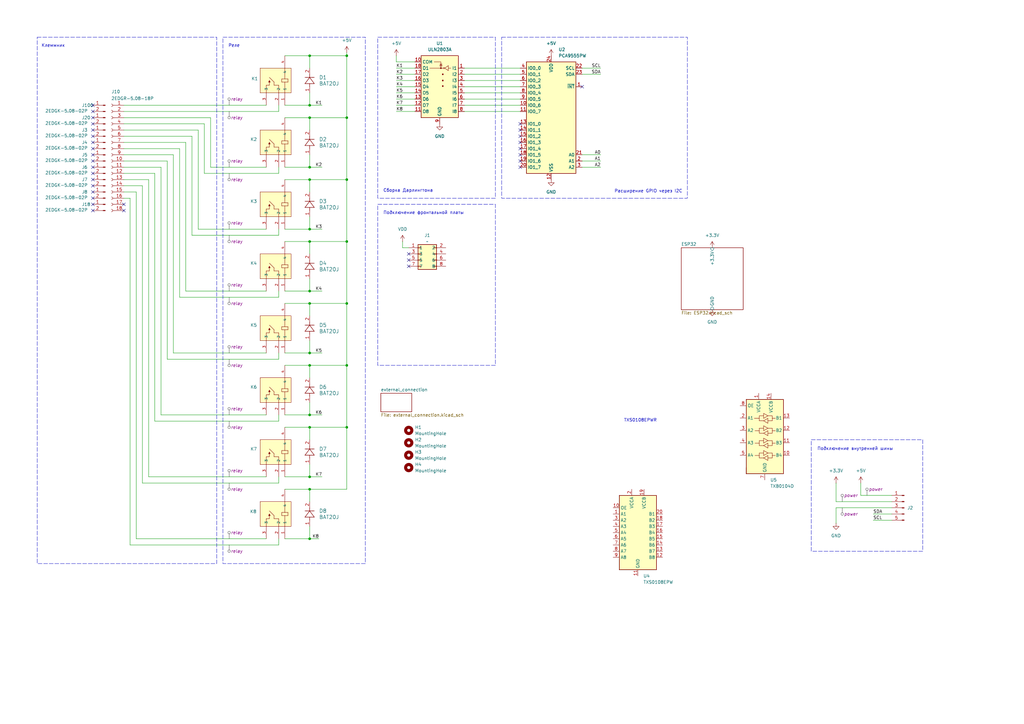
<source format=kicad_sch>
(kicad_sch (version 20231120) (generator "eeschema") (generator_version "8.0")
  (paper "A3")
  (title_block (title "Модуль релейных выходов PM-RQ8-base") (date "2024-05-29") (comment 2 "Konstantin"))
  (junction (at 142.24 175.26))
  (junction (at 142.24 149.86))
  (junction (at 127 68.58))
  (junction (at 127 170.18))
  (junction (at 142.24 99.06))
  (junction (at 127 119.38))
  (junction (at 142.24 73.66))
  (junction (at 127 144.78))
  (junction (at 127 124.46))
  (junction (at 127 149.86))
  (junction (at 127 73.66))
  (junction (at 127 43.18))
  (junction (at 142.24 48.26))
  (junction (at 127 48.26))
  (junction (at 127 220.98))
  (junction (at 142.24 22.86))
  (junction (at 127 93.98))
  (junction (at 127 99.06))
  (junction (at 127 22.86))
  (junction (at 127 175.26))
  (junction (at 127 200.66))
  (junction (at 127 195.58))
  (junction (at 142.24 124.46))
  (no_connect (at 38.1 63.5))
  (no_connect (at 38.1 83.82))
  (no_connect (at 38.1 73.66))
  (no_connect (at 213.36 63.5))
  (no_connect (at 213.36 68.58))
  (no_connect (at 38.1 55.88))
  (no_connect (at 213.36 66.04))
  (no_connect (at 38.1 76.2))
  (no_connect (at 213.36 55.88))
  (no_connect (at 50.8 83.82))
  (no_connect (at 167.64 109.22))
  (no_connect (at 213.36 50.8))
  (no_connect (at 167.64 106.68))
  (no_connect (at 238.76 35.56))
  (no_connect (at 38.1 86.36))
  (no_connect (at 213.36 60.96))
  (no_connect (at 38.1 53.34))
  (no_connect (at 38.1 68.58))
  (no_connect (at 213.36 53.34))
  (no_connect (at 38.1 81.28))
  (no_connect (at 50.8 86.36))
  (no_connect (at 38.1 71.12))
  (no_connect (at 38.1 50.8))
  (no_connect (at 167.64 104.14))
  (no_connect (at 38.1 60.96))
  (no_connect (at 38.1 45.72))
  (no_connect (at 38.1 48.26))
  (no_connect (at 213.36 58.42))
  (no_connect (at 38.1 66.04))
  (no_connect (at 38.1 78.74))
  (no_connect (at 38.1 43.18))
  (no_connect (at 38.1 58.42))
  (wire (pts (xy 238.76 27.94) (xy 246.38 27.94)))
  (wire (pts (xy 127 38.1) (xy 127 43.18)))
  (wire (pts (xy 114.3 121.92) (xy 114.3 119.38)))
  (wire (pts (xy 66.04 68.58) (xy 66.04 170.18)))
  (wire (pts (xy 190.5 33.02) (xy 213.36 33.02)))
  (wire (pts (xy 116.84 124.46) (xy 127 124.46)))
  (wire (pts (xy 127 165.1) (xy 127 170.18)))
  (wire (pts (xy 238.76 68.58) (xy 246.38 68.58)))
  (wire (pts (xy 190.5 35.56) (xy 213.36 35.56)))
  (wire (pts (xy 342.9 198.12) (xy 342.9 205.74)))
  (wire (pts (xy 50.8 53.34) (xy 81.28 53.34)))
  (wire (pts (xy 127 93.98) (xy 132.08 93.98)))
  (wire (pts (xy 81.28 93.98) (xy 81.28 53.34)))
  (wire (pts (xy 142.24 99.06) (xy 142.24 73.66)))
  (wire (pts (xy 238.76 30.48) (xy 246.38 30.48)))
  (wire (pts (xy 127 144.78) (xy 132.08 144.78)))
  (wire (pts (xy 142.24 149.86) (xy 142.24 175.26)))
  (wire (pts (xy 114.3 198.12) (xy 114.3 195.58)))
  (wire (pts (xy 76.2 119.38) (xy 109.22 119.38)))
  (wire (pts (xy 127 200.66) (xy 142.24 200.66)))
  (wire (pts (xy 190.5 38.1) (xy 213.36 38.1)))
  (wire (pts (xy 190.5 30.48) (xy 213.36 30.48)))
  (wire (pts (xy 162.56 25.4) (xy 162.56 22.86)))
  (wire (pts (xy 116.84 68.58) (xy 127 68.58)))
  (wire (pts (xy 142.24 22.86) (xy 142.24 48.26)))
  (wire (pts (xy 190.5 43.18) (xy 213.36 43.18)))
  (wire (pts (xy 50.8 68.58) (xy 66.04 68.58)))
  (wire (pts (xy 86.36 48.26) (xy 86.36 68.58)))
  (wire (pts (xy 127 22.86) (xy 142.24 22.86)))
  (wire (pts (xy 127 175.26) (xy 127 180.34)))
  (wire (pts (xy 50.8 43.18) (xy 109.22 43.18)))
  (wire (pts (xy 109.22 68.58) (xy 86.36 68.58)))
  (wire (pts (xy 50.8 45.72) (xy 114.3 45.72)))
  (wire (pts (xy 73.66 60.96) (xy 73.66 121.92)))
  (wire (pts (xy 162.56 30.48) (xy 170.18 30.48)))
  (wire (pts (xy 127 124.46) (xy 142.24 124.46)))
  (wire (pts (xy 50.8 66.04) (xy 68.58 66.04)))
  (wire (pts (xy 358.14 210.82) (xy 365.76 210.82)))
  (wire (pts (xy 127 124.46) (xy 127 129.54)))
  (wire (pts (xy 190.5 27.94) (xy 213.36 27.94)))
  (wire (pts (xy 66.04 170.18) (xy 109.22 170.18)))
  (wire (pts (xy 53.34 223.52) (xy 53.34 81.28)))
  (wire (pts (xy 81.28 93.98) (xy 109.22 93.98)))
  (wire (pts (xy 127 114.3) (xy 127 119.38)))
  (wire (pts (xy 127 190.5) (xy 127 195.58)))
  (wire (pts (xy 114.3 93.98) (xy 114.3 96.52)))
  (wire (pts (xy 55.88 78.74) (xy 50.8 78.74)))
  (wire (pts (xy 127 68.58) (xy 132.08 68.58)))
  (wire (pts (xy 162.56 27.94) (xy 170.18 27.94)))
  (wire (pts (xy 71.12 144.78) (xy 109.22 144.78)))
  (wire (pts (xy 116.84 170.18) (xy 127 170.18)))
  (wire (pts (xy 170.18 25.4) (xy 162.56 25.4)))
  (wire (pts (xy 162.56 43.18) (xy 170.18 43.18)))
  (wire (pts (xy 127 22.86) (xy 127 27.94)))
  (wire (pts (xy 73.66 121.92) (xy 114.3 121.92)))
  (wire (pts (xy 127 119.38) (xy 132.08 119.38)))
  (wire (pts (xy 127 220.98) (xy 130.81 220.98)))
  (wire (pts (xy 127 48.26) (xy 127 53.34)))
  (wire (pts (xy 83.82 50.8) (xy 83.82 71.12)))
  (wire (pts (xy 127 73.66) (xy 127 78.74)))
  (wire (pts (xy 68.58 66.04) (xy 68.58 147.32)))
  (wire (pts (xy 50.8 58.42) (xy 76.2 58.42)))
  (wire (pts (xy 114.3 172.72) (xy 114.3 170.18)))
  (wire (pts (xy 162.56 33.02) (xy 170.18 33.02)))
  (wire (pts (xy 55.88 220.98) (xy 55.88 78.74)))
  (wire (pts (xy 167.64 101.6) (xy 165.1 101.6)))
  (wire (pts (xy 127 175.26) (xy 142.24 175.26)))
  (wire (pts (xy 58.42 76.2) (xy 50.8 76.2)))
  (wire (pts (xy 76.2 119.38) (xy 76.2 58.42)))
  (wire (pts (xy 142.24 124.46) (xy 142.24 99.06)))
  (wire (pts (xy 116.84 200.66) (xy 127 200.66)))
  (wire (pts (xy 50.8 73.66) (xy 60.96 73.66)))
  (wire (pts (xy 127 43.18) (xy 132.08 43.18)))
  (wire (pts (xy 116.84 43.18) (xy 127 43.18)))
  (wire (pts (xy 238.76 66.04) (xy 246.38 66.04)))
  (wire (pts (xy 68.58 147.32) (xy 114.3 147.32)))
  (wire (pts (xy 127 215.9) (xy 127 220.98)))
  (wire (pts (xy 78.74 55.88) (xy 78.74 96.52)))
  (wire (pts (xy 116.84 22.86) (xy 127 22.86)))
  (wire (pts (xy 358.14 213.36) (xy 365.76 213.36)))
  (wire (pts (xy 116.84 48.26) (xy 127 48.26)))
  (wire (pts (xy 142.24 175.26) (xy 142.24 200.66)))
  (wire (pts (xy 162.56 40.64) (xy 170.18 40.64)))
  (wire (pts (xy 127 149.86) (xy 127 154.94)))
  (wire (pts (xy 162.56 38.1) (xy 170.18 38.1)))
  (wire (pts (xy 142.24 21.59) (xy 142.24 22.86)))
  (wire (pts (xy 342.9 205.74) (xy 365.76 205.74)))
  (wire (pts (xy 127 195.58) (xy 132.08 195.58)))
  (wire (pts (xy 162.56 35.56) (xy 170.18 35.56)))
  (wire (pts (xy 116.84 99.06) (xy 127 99.06)))
  (wire (pts (xy 114.3 43.18) (xy 114.3 45.72)))
  (wire (pts (xy 116.84 73.66) (xy 127 73.66)))
  (wire (pts (xy 50.8 50.8) (xy 83.82 50.8)))
  (wire (pts (xy 127 99.06) (xy 127 104.14)))
  (wire (pts (xy 342.9 208.28) (xy 342.9 214.63)))
  (wire (pts (xy 63.5 71.12) (xy 50.8 71.12)))
  (wire (pts (xy 127 99.06) (xy 142.24 99.06)))
  (wire (pts (xy 78.74 96.52) (xy 114.3 96.52)))
  (wire (pts (xy 71.12 63.5) (xy 50.8 63.5)))
  (wire (pts (xy 55.88 220.98) (xy 109.22 220.98)))
  (wire (pts (xy 71.12 144.78) (xy 71.12 63.5)))
  (wire (pts (xy 353.06 203.2) (xy 353.06 198.12)))
  (wire (pts (xy 165.1 101.6) (xy 165.1 99.06)))
  (wire (pts (xy 60.96 195.58) (xy 109.22 195.58)))
  (wire (pts (xy 83.82 71.12) (xy 114.3 71.12)))
  (wire (pts (xy 127 63.5) (xy 127 68.58)))
  (wire (pts (xy 127 170.18) (xy 132.08 170.18)))
  (wire (pts (xy 50.8 60.96) (xy 73.66 60.96)))
  (wire (pts (xy 127 200.66) (xy 127 205.74)))
  (wire (pts (xy 142.24 48.26) (xy 142.24 73.66)))
  (wire (pts (xy 114.3 68.58) (xy 114.3 71.12)))
  (wire (pts (xy 116.84 149.86) (xy 127 149.86)))
  (wire (pts (xy 127 48.26) (xy 142.24 48.26)))
  (wire (pts (xy 60.96 73.66) (xy 60.96 195.58)))
  (wire (pts (xy 116.84 144.78) (xy 127 144.78)))
  (wire (pts (xy 58.42 198.12) (xy 114.3 198.12)))
  (wire (pts (xy 116.84 220.98) (xy 127 220.98)))
  (wire (pts (xy 353.06 203.2) (xy 365.76 203.2)))
  (wire (pts (xy 127 139.7) (xy 127 144.78)))
  (wire (pts (xy 142.24 124.46) (xy 142.24 149.86)))
  (wire (pts (xy 58.42 198.12) (xy 58.42 76.2)))
  (wire (pts (xy 127 73.66) (xy 142.24 73.66)))
  (wire (pts (xy 116.84 175.26) (xy 127 175.26)))
  (wire (pts (xy 127 149.86) (xy 142.24 149.86)))
  (wire (pts (xy 162.56 45.72) (xy 170.18 45.72)))
  (wire (pts (xy 114.3 144.78) (xy 114.3 147.32)))
  (wire (pts (xy 190.5 40.64) (xy 213.36 40.64)))
  (wire (pts (xy 53.34 81.28) (xy 50.8 81.28)))
  (wire (pts (xy 53.34 223.52) (xy 114.3 223.52)))
  (wire (pts (xy 63.5 172.72) (xy 114.3 172.72)))
  (wire (pts (xy 50.8 55.88) (xy 78.74 55.88)))
  (wire (pts (xy 238.76 63.5) (xy 246.38 63.5)))
  (wire (pts (xy 116.84 195.58) (xy 127 195.58)))
  (wire (pts (xy 190.5 45.72) (xy 213.36 45.72)))
  (wire (pts (xy 116.84 93.98) (xy 127 93.98)))
  (wire (pts (xy 127 88.9) (xy 127 93.98)))
  (wire (pts (xy 116.84 119.38) (xy 127 119.38)))
  (wire (pts (xy 86.36 48.26) (xy 50.8 48.26)))
  (wire (pts (xy 63.5 172.72) (xy 63.5 71.12)))
  (wire (pts (xy 342.9 208.28) (xy 365.76 208.28)))
  (wire (pts (xy 114.3 223.52) (xy 114.3 220.98)))
  (rectangle (start 205.74 15.24) (end 281.94 81.28) (stroke (width 0) (type dash)))
  (rectangle (start 154.94 83.82) (end 203.2 149.86) (stroke (width 0) (type dash)))
  (rectangle (start 91.44 15.24) (end 149.86 231.14) (stroke (width 0) (type dash)))
  (rectangle (start 15.24 15.24) (end 88.9 231.14) (stroke (width 0) (type dash)))
  (rectangle (start 332.74 180.34) (end 378.46 226.06) (stroke (width 0) (type dash)))
  (rectangle (start 154.94 15.24) (end 203.2 81.28) (stroke (width 0) (type dash)))
  (text "Расширение GPIO через I2C" (at 265.938 78.486 0) (effects (font (size 1.27 1.27))))
  (text "TXS0108EPWR" (at 262.636 172.466 0) (effects (font (size 1.27 1.27))))
  (text "Реле" (at 96.012 18.796 0) (effects (font (size 1.27 1.27))))
  (text "Сборка Дарлингтона" (at 167.386 78.232 0) (effects (font (size 1.27 1.27))))
  (text "Клеммник" (at 21.844 18.796 0) (effects (font (size 1.27 1.27))))
  (text "Подключение фронтальной платы" (at 173.736 87.376 0) (effects (font (size 1.27 1.27))))
  (text "Подключение внутренней шины" (at 350.774 184.15 0) (effects (font (size 1.27 1.27))))
  (label "A2" (at 246.38 68.58 180))
  (label "SCL" (at 246.38 27.94 180))
  (label "K2" (at 132.08 68.58 180))
  (label "K4" (at 132.08 119.38 180))
  (label "K3" (at 132.08 93.98 180))
  (label "K1" (at 162.56 27.94 0))
  (label "A0" (at 246.38 63.5 180))
  (label "SDA" (at 246.38 30.48 180))
  (label "K8" (at 130.81 220.98 180))
  (label "K2" (at 162.56 30.48 0))
  (label "A1" (at 246.38 66.04 180))
  (label "K7" (at 162.56 43.18 0))
  (label "SCL" (at 358.14 213.36 0))
  (label "K6" (at 162.56 40.64 0))
  (label "K6" (at 132.08 170.18 180))
  (label "K1" (at 132.08 43.18 180))
  (label "K8" (at 162.56 45.72 0))
  (label "K5" (at 162.56 38.1 0))
  (label "K3" (at 162.56 33.02 0))
  (label "K5" (at 132.08 144.78 180))
  (label "K4" (at 162.56 35.56 0))
  (label "SDA" (at 358.14 210.82 0))
  (label "K7" (at 132.08 195.58 180))
  (netclass_flag "" (length 2.54) (shape round) (at 93.98 147.32 180) (property "Netclass" "relay" (at 94.6785 149.86 0) (effects (font (italic yes)) (justify left))))
  (netclass_flag "" (length 2.54) (shape round) (at 93.98 144.78 0) (property "Netclass" "relay" (at 94.6785 142.24 0) (effects (font (italic yes)) (justify left))))
  (netclass_flag "" (length 2.54) (shape round) (at 345.44 205.74 0) (property "Netclass" "power" (at 346.1385 203.2 0) (effects (font (italic yes)) (justify left))))
  (netclass_flag "" (length 2.54) (shape round) (at 93.98 43.18 0) (property "Netclass" "relay" (at 94.6785 40.64 0) (effects (font (italic yes)) (justify left))))
  (netclass_flag "" (length 2.54) (shape round) (at 93.98 45.72 180) (property "Netclass" "relay" (at 94.6785 48.26 0) (effects (font (italic yes)) (justify left))))
  (netclass_flag "" (length 2.54) (shape round) (at 93.98 195.58 0) (property "Netclass" "relay" (at 94.6785 193.04 0) (effects (font (italic yes)) (justify left))))
  (netclass_flag "" (length 2.54) (shape round) (at 345.44 208.28 180) (property "Netclass" "power" (at 346.1385 210.82 0) (effects (font (italic yes)) (justify left))))
  (netclass_flag "" (length 2.54) (shape round) (at 93.98 170.18 0) (property "Netclass" "relay" (at 94.6785 167.64 0) (effects (font (italic yes)) (justify left))))
  (netclass_flag "" (length 2.54) (shape round) (at 93.98 198.12 180) (property "Netclass" "relay" (at 94.6785 200.66 0) (effects (font (italic yes)) (justify left))))
  (netclass_flag "" (length 2.54) (shape round) (at 93.98 68.58 0) (property "Netclass" "relay" (at 94.6785 66.04 0) (effects (font (italic yes)) (justify left))))
  (netclass_flag "" (length 2.54) (shape round) (at 93.98 121.92 180) (property "Netclass" "relay" (at 94.6785 124.46 0) (effects (font (italic yes)) (justify left))))
  (netclass_flag "" (length 2.54) (shape round) (at 93.98 220.98 0) (property "Netclass" "relay" (at 94.6785 218.44 0) (effects (font (italic yes)) (justify left))))
  (netclass_flag "" (length 2.54) (shape round) (at 93.98 93.98 0) (property "Netclass" "relay" (at 94.6785 91.44 0) (effects (font (italic yes)) (justify left))))
  (netclass_flag "" (length 2.54) (shape round) (at 93.98 96.52 180) (property "Netclass" "relay" (at 94.6785 99.06 0) (effects (font (italic yes)) (justify left))))
  (netclass_flag "" (length 2.54) (shape round) (at 93.98 172.72 180) (property "Netclass" "relay" (at 94.6785 175.26 0) (effects (font (italic yes)) (justify left))))
  (netclass_flag "" (length 2.54) (shape round) (at 93.98 119.38 0) (property "Netclass" "relay" (at 94.6785 116.84 0) (effects (font (italic yes)) (justify left))))
  (netclass_flag "" (length 2.54) (shape round) (at 355.6 203.2 0) (property "Netclass" "power" (at 356.2985 200.66 0) (effects (font (italic yes)) (justify left))))
  (netclass_flag "" (length 2.54) (shape round) (at 93.98 223.52 180) (property "Netclass" "relay" (at 94.6785 226.06 0) (effects (font (italic yes)) (justify left))))
  (netclass_flag "" (length 2.54) (shape round) (at 93.98 71.12 180) (property "Netclass" "relay" (at 94.6785 73.66 0) (effects (font (italic yes)) (justify left))))
  (symbol (lib_id "kicad_inventree_lib:BAT20J") (at 127 63.5 90) (unit 1)
    (property "Reference" "D2" (at 130.81 57.1499 90) (effects (font (size 1.524 1.524)) (justify right)))
    (property "Value" "BAT20J" (at 130.81 59.6899 90) (effects (font (size 1.524 1.524)) (justify right)))
    (property "Footprint" "kicad_inventree_lib:SOD-323_STM-M" (effects (hide yes)))
    (property "Datasheet" "http://inventree.network/part/133/" (effects (hide yes)))
    (property "part_ipn" "BAT20J" (effects (hide yes)))
  )
  (symbol (lib_id "kicad_inventree_lib:G5NB-1A-E-DC5") (at 116.84 147.32 270) (mirror x) (unit 1)
    (property "Reference" "K5" (at 105.41 133.3499 90) (effects (justify right)))
    (property "Value" "G5NB-1A-E-DC5" (effects (hide yes)))
    (property "Footprint" "NextPCB:G5NB-1A-E_DC12_RELAY_G5NB-1A_DC5_OMR" (effects (hide yes)))
    (property "Datasheet" "http://inventree.network/part/14/" (effects (hide yes)))
    (property "MF" "Omron Electronics Inc-EMC Div" (effects (hide yes)))
    (property "Description_1" "\nPower PCB Relay, 3A/5A, SPST-NO, 12 VDC, G5NB Series | Omron Electronic Components G5NB-1A-E DC12\n" (effects (hide yes)))
    (property "COPYRIGHT" "Copyright (C) 2023 Ultra Librarian. All rights reserved." (effects (hide yes)))
    (property "Package" "None" (effects (hide yes)))
    (property "Price" "None" (effects (hide yes)))
    (property "Check_prices" "https://www.snapeda.com/parts/G5NB-1A-E%20DC12/Omron+Electronics+Inc-EMC+Div/view-part/?ref=eda" (effects (hide yes)))
    (property "Availability" "In Stock" (effects (hide yes)))
    (property "SnapEDA_Link" "https://www.snapeda.com/parts/G5NB-1A-E%20DC12/Omron+Electronics+Inc-EMC+Div/view-part/?ref=snap" (effects (hide yes)))
    (property "MP" "G5NB-1A-E DC12" (effects (hide yes)))
    (property "Purchase-URL" "https://www.snapeda.com/api/url_track_click_mouser/?unipart_id=3078279&manufacturer=Omron Electronics Inc-EMC Div&part_name=G5NB-1A-E DC12&search_term=g5nb" (effects (hide yes)))
    (property "MFR_NAME" "Omron" (effects (hide yes)))
    (property "MANUFACTURER_PART_NUMBER" "G5NB-1A-E DC12" (effects (hide yes)))
    (property "NextPCB_url" "https://www.hqonline.com/product-detail/oumulong-omron--g5nb-1a-e-5vdc-1025587015" (effects (hide yes)))
    (property "NextPCB_price" "0.88519" (effects (hide yes)))
    (property "part_ipn" "G5NB-1A-E-DC5" (effects (hide yes)))
  )
  (symbol (lib_id "kicad_inventree_lib:G5NB-1A-E-DC5") (at 116.84 96.52 270) (mirror x) (unit 1)
    (property "Reference" "K3" (at 105.41 82.5499 90) (effects (justify right)))
    (property "Value" "G5NB-1A-E-DC5" (effects (hide yes)))
    (property "Footprint" "NextPCB:G5NB-1A-E_DC12_RELAY_G5NB-1A_DC5_OMR" (effects (hide yes)))
    (property "Datasheet" "http://inventree.network/part/14/" (effects (hide yes)))
    (property "MF" "Omron Electronics Inc-EMC Div" (effects (hide yes)))
    (property "Description_1" "\nPower PCB Relay, 3A/5A, SPST-NO, 12 VDC, G5NB Series | Omron Electronic Components G5NB-1A-E DC12\n" (effects (hide yes)))
    (property "COPYRIGHT" "Copyright (C) 2023 Ultra Librarian. All rights reserved." (effects (hide yes)))
    (property "Package" "None" (effects (hide yes)))
    (property "Price" "None" (effects (hide yes)))
    (property "Check_prices" "https://www.snapeda.com/parts/G5NB-1A-E%20DC12/Omron+Electronics+Inc-EMC+Div/view-part/?ref=eda" (effects (hide yes)))
    (property "Availability" "In Stock" (effects (hide yes)))
    (property "SnapEDA_Link" "https://www.snapeda.com/parts/G5NB-1A-E%20DC12/Omron+Electronics+Inc-EMC+Div/view-part/?ref=snap" (effects (hide yes)))
    (property "MP" "G5NB-1A-E DC12" (effects (hide yes)))
    (property "Purchase-URL" "https://www.snapeda.com/api/url_track_click_mouser/?unipart_id=3078279&manufacturer=Omron Electronics Inc-EMC Div&part_name=G5NB-1A-E DC12&search_term=g5nb" (effects (hide yes)))
    (property "MFR_NAME" "Omron" (effects (hide yes)))
    (property "MANUFACTURER_PART_NUMBER" "G5NB-1A-E DC12" (effects (hide yes)))
    (property "NextPCB_url" "https://www.hqonline.com/product-detail/oumulong-omron--g5nb-1a-e-5vdc-1025587015" (effects (hide yes)))
    (property "NextPCB_price" "0.88519" (effects (hide yes)))
    (property "part_ipn" "G5NB-1A-E-DC5" (effects (hide yes)))
  )
  (symbol (lib_id "kicad_inventree_lib:PinHeader_01x05_P2.54_THT_angle") (at 370.84 208.28 0) (mirror y) (unit 1)
    (property "Reference" "J2" (at 372.11 208.2799 0) (effects (justify right)))
    (property "Value" "PinHeader_01x05_P2.54_THT_angle" (effects (hide yes)))
    (property "Footprint" "Connector_PinHeader_2.54mm:PinHeader_1x05_P2.54mm_Horizontal" (effects (hide yes)))
    (property "Datasheet" "http://inventree.network/part/110/" (effects (hide yes)))
    (property "Description" "Generic connector, single row, 01x05, script generated" (effects (hide yes)))
    (property "part_ipn" "PinHeader_01x05_P2.54_THT_angle" (effects (hide yes)))
  )
  (symbol (lib_id "kicad_inventree_lib:G5NB-1A-E-DC5") (at 116.84 223.52 270) (mirror x) (unit 1)
    (property "Reference" "K8" (at 103.886 209.804 90))
    (property "Value" "G5NB-1A-E-DC5" (effects (hide yes)))
    (property "Footprint" "NextPCB:G5NB-1A-E_DC12_RELAY_G5NB-1A_DC5_OMR" (effects (hide yes)))
    (property "Datasheet" "http://inventree.network/part/14/" (effects (hide yes)))
    (property "MF" "Omron Electronics Inc-EMC Div" (effects (hide yes)))
    (property "Description_1" "\nPower PCB Relay, 3A/5A, SPST-NO, 12 VDC, G5NB Series | Omron Electronic Components G5NB-1A-E DC12\n" (effects (hide yes)))
    (property "COPYRIGHT" "Copyright (C) 2023 Ultra Librarian. All rights reserved." (effects (hide yes)))
    (property "Package" "None" (effects (hide yes)))
    (property "Price" "None" (effects (hide yes)))
    (property "Check_prices" "https://www.snapeda.com/parts/G5NB-1A-E%20DC12/Omron+Electronics+Inc-EMC+Div/view-part/?ref=eda" (effects (hide yes)))
    (property "Availability" "In Stock" (effects (hide yes)))
    (property "SnapEDA_Link" "https://www.snapeda.com/parts/G5NB-1A-E%20DC12/Omron+Electronics+Inc-EMC+Div/view-part/?ref=snap" (effects (hide yes)))
    (property "MP" "G5NB-1A-E DC12" (effects (hide yes)))
    (property "Purchase-URL" "https://www.snapeda.com/api/url_track_click_mouser/?unipart_id=3078279&manufacturer=Omron Electronics Inc-EMC Div&part_name=G5NB-1A-E DC12&search_term=g5nb" (effects (hide yes)))
    (property "MFR_NAME" "Omron" (effects (hide yes)))
    (property "MANUFACTURER_PART_NUMBER" "G5NB-1A-E DC12" (effects (hide yes)))
    (property "NextPCB_url" "https://www.hqonline.com/product-detail/oumulong-omron--g5nb-1a-e-5vdc-1025587015" (effects (hide yes)))
    (property "NextPCB_price" "0.88519" (effects (hide yes)))
    (property "part_ipn" "G5NB-1A-E-DC5" (effects (hide yes)))
  )
  (symbol (lib_id "kicad_inventree_lib:Degson_2EDGK-5.08-02P") (at 38.1 68.58 0) (mirror y) (unit 1) (on_board no)
    (property "Reference" "J6" (at 33.528 68.58 0) (effects (justify right)))
    (property "Value" "2EDGK-5.08-02P" (at 18.542 70.866 0) (effects (justify right)))
    (property "Datasheet" "http://inventree.network/part/18/" (effects (hide yes)))
    (property "Description" "Generic connector, single row, 01x02, script generated" (effects (hide yes)))
    (property "NextPCB_url" "https://www.hqonline.com/product-detail/max-maixu--mx2edgk-5-08-02p-gn01-cu-y-a-1027943030" (effects (hide yes)))
    (property "NextPCB_price" "0.11828" (effects (hide yes)))
    (property "part_ipn" "2EDGK-5.08-02P" (effects (hide yes)))
  )
  (symbol (lib_id "power:VDD") (at 165.1 99.06 0) (unit 1)
    (property "Reference" "#PWR01" (effects (hide yes)))
    (property "Value" "VDD" (at 165.1 93.98 0))
    (property "Description" "Power symbol creates a global label with name \"VDD\"" (effects (hide yes)))
  )
  (symbol (lib_id "kicad_inventree_lib:BAT20J") (at 127 165.1 90) (unit 1)
    (property "Reference" "D6" (at 130.81 158.7499 90) (effects (font (size 1.524 1.524)) (justify right)))
    (property "Value" "BAT20J" (at 130.81 161.2899 90) (effects (font (size 1.524 1.524)) (justify right)))
    (property "Footprint" "kicad_inventree_lib:SOD-323_STM-M" (effects (hide yes)))
    (property "Datasheet" "http://inventree.network/part/133/" (effects (hide yes)))
    (property "part_ipn" "BAT20J" (effects (hide yes)))
  )
  (symbol (lib_id "kicad_inventree_lib:Degson_2EDGK-5.08-02P") (at 38.1 48.26 0) (mirror y) (unit 1) (on_board no)
    (property "Reference" "J20" (at 33.528 48.26 0) (effects (justify right)))
    (property "Value" "2EDGK-5.08-02P" (at 18.542 50.546 0) (effects (justify right)))
    (property "Datasheet" "http://inventree.network/part/18/" (effects (hide yes)))
    (property "Description" "Generic connector, single row, 01x02, script generated" (effects (hide yes)))
    (property "NextPCB_url" "https://www.hqonline.com/product-detail/max-maixu--mx2edgk-5-08-02p-gn01-cu-y-a-1027943030" (effects (hide yes)))
    (property "NextPCB_price" "0.11828" (effects (hide yes)))
    (property "part_ipn" "2EDGK-5.08-02P" (effects (hide yes)))
  )
  (symbol (lib_id "Logic_LevelTranslator:TXB0104D") (at 313.69 179.07 0) (unit 1)
    (property "Reference" "U5" (at 315.8841 196.85 0) (effects (justify left)))
    (property "Value" "TXB0104D" (at 315.8841 199.39 0) (effects (justify left)))
    (property "Footprint" "Package_SO:SOIC-14_3.9x8.7mm_P1.27mm" (effects (hide yes)))
    (property "Datasheet" "http://www.ti.com/lit/ds/symlink/txb0104.pdf" (effects (hide yes)))
    (property "Description" "4-Bit Bidirectional Voltage-Level Translator, Auto Direction Sensing and ±15-kV ESD Protection, 1.2 - 3.6V APort, 1.65 - 5.5V BPort, SOIC-14" (effects (hide yes)))
  )
  (symbol (lib_id "kicad_inventree_lib:Degson_2EDGK-5.08-02P") (at 38.1 43.18 0) (mirror y) (unit 1) (on_board no)
    (property "Reference" "J100" (at 33.528 43.18 0) (effects (justify right)))
    (property "Value" "2EDGK-5.08-02P" (at 18.542 45.466 0) (effects (justify right)))
    (property "Datasheet" "http://inventree.network/part/18/" (effects (hide yes)))
    (property "Description" "Generic connector, single row, 01x02, script generated" (effects (hide yes)))
    (property "NextPCB_url" "https://www.hqonline.com/product-detail/max-maixu--mx2edgk-5-08-02p-gn01-cu-y-a-1027943030" (effects (hide yes)))
    (property "NextPCB_price" "0.11828" (effects (hide yes)))
    (property "part_ipn" "2EDGK-5.08-02P" (effects (hide yes)))
  )
  (symbol (lib_id "kicad_inventree_lib:ULN2803A") (at 180.34 33.02 0) (mirror y) (unit 1)
    (property "Reference" "U1" (at 180.34 17.78 0))
    (property "Value" "ULN2803A" (at 180.34 20.32 0))
    (property "Footprint" "NextPCB:ULN2803A" (effects (hide yes)))
    (property "Datasheet" "http://inventree.network/part/16/" (effects (hide yes)))
    (property "Description" "Darlington Transistor Arrays, SOIC18/DIP18" (effects (hide yes)))
    (property "NextPCB_url" "https://www.hqonline.com/product-detail/darlington-triodes-umw-uln2803a-1012648161" (effects (hide yes)))
    (property "NextPCB_price" "0.08449" (effects (hide yes)))
    (property "part_ipn" "ULN2803A" (effects (hide yes)))
  )
  (symbol (lib_id "power:+5V") (at 292.1 101.6 0) (unit 1)
    (property "Reference" "#PWR04" (effects (hide yes)))
    (property "Value" "+3.3V" (at 292.1 96.52 0))
    (property "Description" "Power symbol creates a global label with name \"+5V\"" (effects (hide yes)))
  )
  (symbol (lib_id "power:+5V") (at 353.06 198.12 0) (unit 1)
    (property "Reference" "#PWR011" (effects (hide yes)))
    (property "Value" "+5V" (at 353.06 193.04 0))
    (property "Description" "Power symbol creates a global label with name \"+5V\"" (effects (hide yes)))
  )
  (symbol (lib_id "kicad_inventree_lib:G5NB-1A-E-DC5") (at 116.84 71.12 270) (mirror x) (unit 1)
    (property "Reference" "K2" (at 105.41 57.1499 90) (effects (justify right)))
    (property "Value" "G5NB-1A-E-DC5" (effects (hide yes)))
    (property "Footprint" "NextPCB:G5NB-1A-E_DC12_RELAY_G5NB-1A_DC5_OMR" (effects (hide yes)))
    (property "Datasheet" "http://inventree.network/part/14/" (effects (hide yes)))
    (property "MF" "Omron Electronics Inc-EMC Div" (effects (hide yes)))
    (property "Description_1" "\nPower PCB Relay, 3A/5A, SPST-NO, 12 VDC, G5NB Series | Omron Electronic Components G5NB-1A-E DC12\n" (effects (hide yes)))
    (property "COPYRIGHT" "Copyright (C) 2023 Ultra Librarian. All rights reserved." (effects (hide yes)))
    (property "Package" "None" (effects (hide yes)))
    (property "Price" "None" (effects (hide yes)))
    (property "Check_prices" "https://www.snapeda.com/parts/G5NB-1A-E%20DC12/Omron+Electronics+Inc-EMC+Div/view-part/?ref=eda" (effects (hide yes)))
    (property "Availability" "In Stock" (effects (hide yes)))
    (property "SnapEDA_Link" "https://www.snapeda.com/parts/G5NB-1A-E%20DC12/Omron+Electronics+Inc-EMC+Div/view-part/?ref=snap" (effects (hide yes)))
    (property "MP" "G5NB-1A-E DC12" (effects (hide yes)))
    (property "Purchase-URL" "https://www.snapeda.com/api/url_track_click_mouser/?unipart_id=3078279&manufacturer=Omron Electronics Inc-EMC Div&part_name=G5NB-1A-E DC12&search_term=g5nb" (effects (hide yes)))
    (property "MFR_NAME" "Omron" (effects (hide yes)))
    (property "MANUFACTURER_PART_NUMBER" "G5NB-1A-E DC12" (effects (hide yes)))
    (property "NextPCB_url" "https://www.hqonline.com/product-detail/oumulong-omron--g5nb-1a-e-5vdc-1025587015" (effects (hide yes)))
    (property "NextPCB_price" "0.88519" (effects (hide yes)))
    (property "part_ipn" "G5NB-1A-E-DC5" (effects (hide yes)))
  )
  (symbol (lib_id "kicad_inventree_lib:G5NB-1A-E-DC5") (at 116.84 121.92 270) (mirror x) (unit 1)
    (property "Reference" "K4" (at 105.41 107.9499 90) (effects (justify right)))
    (property "Value" "G5NB-1A-E-DC5" (effects (hide yes)))
    (property "Footprint" "NextPCB:G5NB-1A-E_DC12_RELAY_G5NB-1A_DC5_OMR" (effects (hide yes)))
    (property "Datasheet" "http://inventree.network/part/14/" (effects (hide yes)))
    (property "MF" "Omron Electronics Inc-EMC Div" (effects (hide yes)))
    (property "Description_1" "\nPower PCB Relay, 3A/5A, SPST-NO, 12 VDC, G5NB Series | Omron Electronic Components G5NB-1A-E DC12\n" (effects (hide yes)))
    (property "COPYRIGHT" "Copyright (C) 2023 Ultra Librarian. All rights reserved." (effects (hide yes)))
    (property "Package" "None" (effects (hide yes)))
    (property "Price" "None" (effects (hide yes)))
    (property "Check_prices" "https://www.snapeda.com/parts/G5NB-1A-E%20DC12/Omron+Electronics+Inc-EMC+Div/view-part/?ref=eda" (effects (hide yes)))
    (property "Availability" "In Stock" (effects (hide yes)))
    (property "SnapEDA_Link" "https://www.snapeda.com/parts/G5NB-1A-E%20DC12/Omron+Electronics+Inc-EMC+Div/view-part/?ref=snap" (effects (hide yes)))
    (property "MP" "G5NB-1A-E DC12" (effects (hide yes)))
    (property "Purchase-URL" "https://www.snapeda.com/api/url_track_click_mouser/?unipart_id=3078279&manufacturer=Omron Electronics Inc-EMC Div&part_name=G5NB-1A-E DC12&search_term=g5nb" (effects (hide yes)))
    (property "MFR_NAME" "Omron" (effects (hide yes)))
    (property "MANUFACTURER_PART_NUMBER" "G5NB-1A-E DC12" (effects (hide yes)))
    (property "NextPCB_url" "https://www.hqonline.com/product-detail/oumulong-omron--g5nb-1a-e-5vdc-1025587015" (effects (hide yes)))
    (property "NextPCB_price" "0.88519" (effects (hide yes)))
    (property "part_ipn" "G5NB-1A-E-DC5" (effects (hide yes)))
  )
  (symbol (lib_id "kicad_inventree_lib:G5NB-1A-E-DC5") (at 116.84 45.72 270) (mirror x) (unit 1)
    (property "Reference" "K1" (at 103.124 32.258 90) (effects (justify left)))
    (property "Value" "G5NB-1A-E-DC5" (effects (hide yes)))
    (property "Footprint" "NextPCB:G5NB-1A-E_DC12_RELAY_G5NB-1A_DC5_OMR" (effects (hide yes)))
    (property "Datasheet" "http://inventree.network/part/14/" (effects (hide yes)))
    (property "MF" "Omron Electronics Inc-EMC Div" (effects (hide yes)))
    (property "Description_1" "\nPower PCB Relay, 3A/5A, SPST-NO, 12 VDC, G5NB Series | Omron Electronic Components G5NB-1A-E DC12\n" (effects (hide yes)))
    (property "COPYRIGHT" "Copyright (C) 2023 Ultra Librarian. All rights reserved." (effects (hide yes)))
    (property "Package" "None" (effects (hide yes)))
    (property "Price" "None" (effects (hide yes)))
    (property "Check_prices" "https://www.snapeda.com/parts/G5NB-1A-E%20DC12/Omron+Electronics+Inc-EMC+Div/view-part/?ref=eda" (effects (hide yes)))
    (property "Availability" "In Stock" (effects (hide yes)))
    (property "SnapEDA_Link" "https://www.snapeda.com/parts/G5NB-1A-E%20DC12/Omron+Electronics+Inc-EMC+Div/view-part/?ref=snap" (effects (hide yes)))
    (property "MP" "G5NB-1A-E DC12" (effects (hide yes)))
    (property "Purchase-URL" "https://www.snapeda.com/api/url_track_click_mouser/?unipart_id=3078279&manufacturer=Omron Electronics Inc-EMC Div&part_name=G5NB-1A-E DC12&search_term=g5nb" (effects (hide yes)))
    (property "MFR_NAME" "Omron" (effects (hide yes)))
    (property "MANUFACTURER_PART_NUMBER" "G5NB-1A-E DC12" (effects (hide yes)))
    (property "NextPCB_url" "https://www.hqonline.com/product-detail/oumulong-omron--g5nb-1a-e-5vdc-1025587015" (effects (hide yes)))
    (property "NextPCB_price" "0.88519" (effects (hide yes)))
    (property "part_ipn" "G5NB-1A-E-DC5" (effects (hide yes)))
  )
  (symbol (lib_id "kicad_inventree_lib:Degson_2EDGK-5.08-02P") (at 38.1 53.34 0) (mirror y) (unit 1) (on_board no)
    (property "Reference" "J3" (at 33.528 53.34 0) (effects (justify right)))
    (property "Value" "2EDGK-5.08-02P" (at 18.542 55.626 0) (effects (justify right)))
    (property "Datasheet" "http://inventree.network/part/18/" (effects (hide yes)))
    (property "Description" "Generic connector, single row, 01x02, script generated" (effects (hide yes)))
    (property "NextPCB_url" "https://www.hqonline.com/product-detail/max-maixu--mx2edgk-5-08-02p-gn01-cu-y-a-1027943030" (effects (hide yes)))
    (property "NextPCB_price" "0.11828" (effects (hide yes)))
    (property "part_ipn" "2EDGK-5.08-02P" (effects (hide yes)))
  )
  (symbol (lib_id "kicad_inventree_lib:PM-front-02x04") (at 175.26 100.33 0) (unit 1) (in_bom no)
    (property "Reference" "J1" (at 175.26 96.52 0))
    (property "Value" "~" (at 175.26 99.06 0))
    (property "Footprint" "kicad_inventree_lib:PM-front-02x04" (effects (hide yes)))
  )
  (symbol (lib_id "power:GND") (at 292.1 127 0) (unit 1)
    (property "Reference" "#PWR09" (effects (hide yes)))
    (property "Value" "GND" (at 292.1 132.08 0))
    (property "Description" "Power symbol creates a global label with name \"GND\" , ground" (effects (hide yes)))
  )
  (symbol (lib_id "kicad_inventree_lib:Degson_2EDGR-5.08-18P") (at 45.72 43.18 0) (mirror y) (unit 1)
    (property "Reference" "J10" (at 47.498 37.592 0))
    (property "Value" "2EDGR-5.08-18P" (at 54.356 40.386 0))
    (property "Footprint" "NextPCB:Degson_2EDGR-5.08-18P" (effects (hide yes)))
    (property "Datasheet" "http://inventree.network/part/19/" (effects (hide yes)))
    (property "Description" "01x18" (effects (hide yes)))
    (property "NextPCB_url" "https://www.hqonline.com/product-detail/terminal-blocks-kangnex-wj2edgr-5-08-18p-2500349376" (effects (hide yes)))
    (property "NextPCB_price" "0.17085" (effects (hide yes)))
    (property "part_ipn" "2EDGR-5.08-18P" (effects (hide yes)))
  )
  (symbol (lib_id "kicad_inventree_lib:BAT20J") (at 127 88.9 90) (unit 1)
    (property "Reference" "D3" (at 130.81 82.5499 90) (effects (font (size 1.524 1.524)) (justify right)))
    (property "Value" "BAT20J" (at 130.81 85.0899 90) (effects (font (size 1.524 1.524)) (justify right)))
    (property "Footprint" "kicad_inventree_lib:SOD-323_STM-M" (effects (hide yes)))
    (property "Datasheet" "http://inventree.network/part/133/" (effects (hide yes)))
    (property "part_ipn" "BAT20J" (effects (hide yes)))
  )
  (symbol (lib_id "kicad_inventree_lib:G5NB-1A-E-DC5") (at 116.84 172.72 270) (mirror x) (unit 1)
    (property "Reference" "K6" (at 105.41 158.7499 90) (effects (justify right)))
    (property "Value" "G5NB-1A-E-DC5" (effects (hide yes)))
    (property "Footprint" "NextPCB:G5NB-1A-E_DC12_RELAY_G5NB-1A_DC5_OMR" (effects (hide yes)))
    (property "Datasheet" "http://inventree.network/part/14/" (effects (hide yes)))
    (property "MF" "Omron Electronics Inc-EMC Div" (effects (hide yes)))
    (property "Description_1" "\nPower PCB Relay, 3A/5A, SPST-NO, 12 VDC, G5NB Series | Omron Electronic Components G5NB-1A-E DC12\n" (effects (hide yes)))
    (property "COPYRIGHT" "Copyright (C) 2023 Ultra Librarian. All rights reserved." (effects (hide yes)))
    (property "Package" "None" (effects (hide yes)))
    (property "Price" "None" (effects (hide yes)))
    (property "Check_prices" "https://www.snapeda.com/parts/G5NB-1A-E%20DC12/Omron+Electronics+Inc-EMC+Div/view-part/?ref=eda" (effects (hide yes)))
    (property "Availability" "In Stock" (effects (hide yes)))
    (property "SnapEDA_Link" "https://www.snapeda.com/parts/G5NB-1A-E%20DC12/Omron+Electronics+Inc-EMC+Div/view-part/?ref=snap" (effects (hide yes)))
    (property "MP" "G5NB-1A-E DC12" (effects (hide yes)))
    (property "Purchase-URL" "https://www.snapeda.com/api/url_track_click_mouser/?unipart_id=3078279&manufacturer=Omron Electronics Inc-EMC Div&part_name=G5NB-1A-E DC12&search_term=g5nb" (effects (hide yes)))
    (property "MFR_NAME" "Omron" (effects (hide yes)))
    (property "MANUFACTURER_PART_NUMBER" "G5NB-1A-E DC12" (effects (hide yes)))
    (property "NextPCB_url" "https://www.hqonline.com/product-detail/oumulong-omron--g5nb-1a-e-5vdc-1025587015" (effects (hide yes)))
    (property "NextPCB_price" "0.88519" (effects (hide yes)))
    (property "part_ipn" "G5NB-1A-E-DC5" (effects (hide yes)))
  )
  (symbol (lib_id "kicad_inventree_lib:PCA9555PW") (at 226.06 48.26 0) (mirror y) (unit 1)
    (property "Reference" "U2" (at 229.0765 20.32 0) (effects (justify right)))
    (property "Value" "PCA9555PW" (at 229.0765 22.86 0) (effects (justify right)))
    (property "Footprint" "Package_SO:TSSOP-24_4.4x7.8mm_P0.65mm" (effects (hide yes)))
    (property "Datasheet" "http://inventree.network/part/17/" (effects (hide yes)))
    (property "Description" "IO expander 16 GPIO, I2C 400kHz, Interrupt, 2.3 - 5.5V, TSSOP-24" (effects (hide yes)))
    (property "MPN" "PCA9555PW" (effects (hide yes)))
    (property "NextPCB_url" "https://www.hqonline.com/product-detail/enzhipu-nxp--pca9555pw-1025693950" (effects (hide yes)))
    (property "NextPCB_price" "0.75761" (effects (hide yes)))
    (property "part_ipn" "PCA9555PW" (effects (hide yes)))
  )
  (symbol (lib_id "kicad_inventree_lib:Degson_2EDGK-5.08-02P") (at 38.1 83.82 0) (mirror y) (unit 1) (on_board no)
    (property "Reference" "J18" (at 33.528 83.82 0) (effects (justify right)))
    (property "Value" "2EDGK-5.08-02P" (at 18.542 86.106 0) (effects (justify right)))
    (property "Datasheet" "http://inventree.network/part/18/" (effects (hide yes)))
    (property "Description" "Generic connector, single row, 01x02, script generated" (effects (hide yes)))
    (property "NextPCB_url" "https://www.hqonline.com/product-detail/max-maixu--mx2edgk-5-08-02p-gn01-cu-y-a-1027943030" (effects (hide yes)))
    (property "NextPCB_price" "0.11828" (effects (hide yes)))
    (property "part_ipn" "2EDGK-5.08-02P" (effects (hide yes)))
  )
  (symbol (lib_id "kicad_inventree_lib:BAT20J") (at 127 215.9 90) (unit 1)
    (property "Reference" "D8" (at 130.81 209.5499 90) (effects (font (size 1.524 1.524)) (justify right)))
    (property "Value" "BAT20J" (at 130.81 212.0899 90) (effects (font (size 1.524 1.524)) (justify right)))
    (property "Footprint" "kicad_inventree_lib:SOD-323_STM-M" (effects (hide yes)))
    (property "Datasheet" "http://inventree.network/part/133/" (effects (hide yes)))
    (property "part_ipn" "BAT20J" (effects (hide yes)))
  )
  (symbol (lib_id "Logic_LevelTranslator:TXS0108EPW") (at 261.62 218.44 0) (unit 1)
    (property "Reference" "U4" (at 263.8141 236.22 0) (effects (justify left)))
    (property "Value" "TXS0108EPW" (at 263.8141 238.76 0) (effects (justify left)))
    (property "Footprint" "Package_SO:TSSOP-20_4.4x6.5mm_P0.65mm" (effects (hide yes)))
    (property "Datasheet" "www.ti.com/lit/ds/symlink/txs0108e.pdf" (effects (hide yes)))
    (property "Description" "Bidirectional  level-shifting voltage translator, TSSOP-20" (effects (hide yes)))
  )
  (symbol (lib_id "power:GND") (at 226.06 73.66 0) (unit 1)
    (property "Reference" "#PWR06" (effects (hide yes)))
    (property "Value" "GND" (at 226.06 78.74 0))
    (property "Description" "Power symbol creates a global label with name \"GND\" , ground" (effects (hide yes)))
  )
  (symbol (lib_id "kicad_inventree_lib:G5NB-1A-E-DC5") (at 116.84 198.12 270) (mirror x) (unit 1)
    (property "Reference" "K7" (at 105.41 184.1499 90) (effects (justify right)))
    (property "Value" "G5NB-1A-E-DC5" (effects (hide yes)))
    (property "Footprint" "NextPCB:G5NB-1A-E_DC12_RELAY_G5NB-1A_DC5_OMR" (effects (hide yes)))
    (property "Datasheet" "http://inventree.network/part/14/" (effects (hide yes)))
    (property "MF" "Omron Electronics Inc-EMC Div" (effects (hide yes)))
    (property "Description_1" "\nPower PCB Relay, 3A/5A, SPST-NO, 12 VDC, G5NB Series | Omron Electronic Components G5NB-1A-E DC12\n" (effects (hide yes)))
    (property "COPYRIGHT" "Copyright (C) 2023 Ultra Librarian. All rights reserved." (effects (hide yes)))
    (property "Package" "None" (effects (hide yes)))
    (property "Price" "None" (effects (hide yes)))
    (property "Check_prices" "https://www.snapeda.com/parts/G5NB-1A-E%20DC12/Omron+Electronics+Inc-EMC+Div/view-part/?ref=eda" (effects (hide yes)))
    (property "Availability" "In Stock" (effects (hide yes)))
    (property "SnapEDA_Link" "https://www.snapeda.com/parts/G5NB-1A-E%20DC12/Omron+Electronics+Inc-EMC+Div/view-part/?ref=snap" (effects (hide yes)))
    (property "MP" "G5NB-1A-E DC12" (effects (hide yes)))
    (property "Purchase-URL" "https://www.snapeda.com/api/url_track_click_mouser/?unipart_id=3078279&manufacturer=Omron Electronics Inc-EMC Div&part_name=G5NB-1A-E DC12&search_term=g5nb" (effects (hide yes)))
    (property "MFR_NAME" "Omron" (effects (hide yes)))
    (property "MANUFACTURER_PART_NUMBER" "G5NB-1A-E DC12" (effects (hide yes)))
    (property "NextPCB_url" "https://www.hqonline.com/product-detail/oumulong-omron--g5nb-1a-e-5vdc-1025587015" (effects (hide yes)))
    (property "NextPCB_price" "0.88519" (effects (hide yes)))
    (property "part_ipn" "G5NB-1A-E-DC5" (effects (hide yes)))
  )
  (symbol (lib_id "kicad_inventree_lib:Degson_2EDGK-5.08-02P") (at 38.1 73.66 0) (mirror y) (unit 1) (on_board no)
    (property "Reference" "J7" (at 33.528 73.66 0) (effects (justify right)))
    (property "Value" "2EDGK-5.08-02P" (at 18.542 75.946 0) (effects (justify right)))
    (property "Datasheet" "http://inventree.network/part/18/" (effects (hide yes)))
    (property "Description" "Generic connector, single row, 01x02, script generated" (effects (hide yes)))
    (property "NextPCB_url" "https://www.hqonline.com/product-detail/max-maixu--mx2edgk-5-08-02p-gn01-cu-y-a-1027943030" (effects (hide yes)))
    (property "NextPCB_price" "0.11828" (effects (hide yes)))
    (property "part_ipn" "2EDGK-5.08-02P" (effects (hide yes)))
  )
  (symbol (lib_id "power:+5V") (at 142.24 21.59 0) (unit 1)
    (property "Reference" "#PWR07" (effects (hide yes)))
    (property "Value" "+5V" (at 142.24 16.51 0))
    (property "Description" "Power symbol creates a global label with name \"+5V\"" (effects (hide yes)))
  )
  (symbol (lib_id "kicad_inventree_lib:Degson_2EDGK-5.08-02P") (at 38.1 78.74 0) (mirror y) (unit 1) (on_board no)
    (property "Reference" "J8" (at 33.528 78.74 0) (effects (justify right)))
    (property "Value" "2EDGK-5.08-02P" (at 18.542 81.026 0) (effects (justify right)))
    (property "Datasheet" "http://inventree.network/part/18/" (effects (hide yes)))
    (property "Description" "Generic connector, single row, 01x02, script generated" (effects (hide yes)))
    (property "NextPCB_url" "https://www.hqonline.com/product-detail/max-maixu--mx2edgk-5-08-02p-gn01-cu-y-a-1027943030" (effects (hide yes)))
    (property "NextPCB_price" "0.11828" (effects (hide yes)))
    (property "part_ipn" "2EDGK-5.08-02P" (effects (hide yes)))
  )
  (symbol (lib_id "power:+5V") (at 342.9 198.12 0) (unit 1)
    (property "Reference" "#PWR010" (effects (hide yes)))
    (property "Value" "+3.3V" (at 342.9 193.04 0))
    (property "Description" "Power symbol creates a global label with name \"+5V\"" (effects (hide yes)))
  )
  (symbol (lib_id "kicad_inventree_lib:BAT20J") (at 127 139.7 90) (unit 1)
    (property "Reference" "D5" (at 130.81 133.3499 90) (effects (font (size 1.524 1.524)) (justify right)))
    (property "Value" "BAT20J" (at 130.81 135.8899 90) (effects (font (size 1.524 1.524)) (justify right)))
    (property "Footprint" "kicad_inventree_lib:SOD-323_STM-M" (effects (hide yes)))
    (property "Datasheet" "http://inventree.network/part/133/" (effects (hide yes)))
    (property "part_ipn" "BAT20J" (effects (hide yes)))
  )
  (symbol (lib_id "kicad_inventree_lib:BAT20J") (at 127 190.5 90) (unit 1)
    (property "Reference" "D7" (at 130.81 184.1499 90) (effects (font (size 1.524 1.524)) (justify right)))
    (property "Value" "BAT20J" (at 130.81 186.6899 90) (effects (font (size 1.524 1.524)) (justify right)))
    (property "Footprint" "kicad_inventree_lib:SOD-323_STM-M" (effects (hide yes)))
    (property "Datasheet" "http://inventree.network/part/133/" (effects (hide yes)))
    (property "part_ipn" "BAT20J" (effects (hide yes)))
  )
  (symbol (lib_id "kicad_inventree_lib:Degson_2EDGK-5.08-02P") (at 38.1 58.42 0) (mirror y) (unit 1) (on_board no)
    (property "Reference" "J4" (at 33.528 58.42 0) (effects (justify right)))
    (property "Value" "2EDGK-5.08-02P" (at 18.542 60.706 0) (effects (justify right)))
    (property "Datasheet" "http://inventree.network/part/18/" (effects (hide yes)))
    (property "Description" "Generic connector, single row, 01x02, script generated" (effects (hide yes)))
    (property "NextPCB_url" "https://www.hqonline.com/product-detail/max-maixu--mx2edgk-5-08-02p-gn01-cu-y-a-1027943030" (effects (hide yes)))
    (property "NextPCB_price" "0.11828" (effects (hide yes)))
    (property "part_ipn" "2EDGK-5.08-02P" (effects (hide yes)))
  )
  (symbol (lib_id "Mechanical:MountingHole") (at 167.64 191.77 0) (unit 1) (exclude_from_sim yes) (in_bom no)
    (property "Reference" "H4" (at 170.18 190.4999 0) (effects (justify left)))
    (property "Value" "MountingHole" (at 170.18 193.0399 0) (effects (justify left)))
    (property "Footprint" "MountingHole:MountingHole_3.2mm_M3" (effects (hide yes)))
    (property "Description" "Mounting Hole without connection" (effects (hide yes)))
  )
  (symbol (lib_id "kicad_inventree_lib:BAT20J") (at 127 38.1 90) (unit 1)
    (property "Reference" "D1" (at 130.81 31.7499 90) (effects (font (size 1.524 1.524)) (justify right)))
    (property "Value" "BAT20J" (at 130.81 34.2899 90) (effects (font (size 1.524 1.524)) (justify right)))
    (property "Footprint" "kicad_inventree_lib:SOD-323_STM-M" (effects (hide yes)))
    (property "Datasheet" "http://inventree.network/part/133/" (effects (hide yes)))
    (property "part_ipn" "BAT20J" (effects (hide yes)))
  )
  (symbol (lib_id "power:GND") (at 342.9 214.63 0) (unit 1)
    (property "Reference" "#PWR08" (effects (hide yes)))
    (property "Value" "GND" (at 342.9 219.71 0))
    (property "Description" "Power symbol creates a global label with name \"GND\" , ground" (effects (hide yes)))
  )
  (symbol (lib_id "power:GND") (at 180.34 50.8 0) (unit 1)
    (property "Reference" "#PWR03" (effects (hide yes)))
    (property "Value" "GND" (at 180.34 55.88 0))
    (property "Description" "Power symbol creates a global label with name \"GND\" , ground" (effects (hide yes)))
  )
  (symbol (lib_id "Mechanical:MountingHole") (at 167.64 181.61 0) (unit 1) (exclude_from_sim yes) (in_bom no)
    (property "Reference" "H2" (at 170.18 180.3399 0) (effects (justify left)))
    (property "Value" "MountingHole" (at 170.18 182.8799 0) (effects (justify left)))
    (property "Footprint" "MountingHole:MountingHole_3.2mm_M3" (effects (hide yes)))
    (property "Description" "Mounting Hole without connection" (effects (hide yes)))
  )
  (symbol (lib_id "kicad_inventree_lib:Degson_2EDGK-5.08-02P") (at 38.1 63.5 0) (mirror y) (unit 1) (on_board no)
    (property "Reference" "J5" (at 33.528 63.5 0) (effects (justify right)))
    (property "Value" "2EDGK-5.08-02P" (at 18.542 65.786 0) (effects (justify right)))
    (property "Datasheet" "http://inventree.network/part/18/" (effects (hide yes)))
    (property "Description" "Generic connector, single row, 01x02, script generated" (effects (hide yes)))
    (property "NextPCB_url" "https://www.hqonline.com/product-detail/max-maixu--mx2edgk-5-08-02p-gn01-cu-y-a-1027943030" (effects (hide yes)))
    (property "NextPCB_price" "0.11828" (effects (hide yes)))
    (property "part_ipn" "2EDGK-5.08-02P" (effects (hide yes)))
  )
  (symbol (lib_id "power:+5V") (at 226.06 22.86 0) (unit 1)
    (property "Reference" "#PWR05" (effects (hide yes)))
    (property "Value" "+5V" (at 226.06 17.78 0))
    (property "Description" "Power symbol creates a global label with name \"+5V\"" (effects (hide yes)))
  )
  (symbol (lib_id "Mechanical:MountingHole") (at 167.64 186.69 0) (unit 1) (exclude_from_sim yes) (in_bom no)
    (property "Reference" "H3" (at 170.18 185.4199 0) (effects (justify left)))
    (property "Value" "MountingHole" (at 170.18 187.9599 0) (effects (justify left)))
    (property "Footprint" "MountingHole:MountingHole_3.2mm_M3" (effects (hide yes)))
    (property "Description" "Mounting Hole without connection" (effects (hide yes)))
  )
  (symbol (lib_id "kicad_inventree_lib:BAT20J") (at 127 114.3 90) (unit 1)
    (property "Reference" "D4" (at 130.81 107.9499 90) (effects (font (size 1.524 1.524)) (justify right)))
    (property "Value" "BAT20J" (at 130.81 110.4899 90) (effects (font (size 1.524 1.524)) (justify right)))
    (property "Footprint" "kicad_inventree_lib:SOD-323_STM-M" (effects (hide yes)))
    (property "Datasheet" "http://inventree.network/part/133/" (effects (hide yes)))
    (property "part_ipn" "BAT20J" (effects (hide yes)))
  )
  (symbol (lib_id "power:+5V") (at 162.56 22.86 0) (unit 1)
    (property "Reference" "#PWR02" (effects (hide yes)))
    (property "Value" "+5V" (at 162.56 17.78 0))
    (property "Description" "Power symbol creates a global label with name \"+5V\"" (effects (hide yes)))
  )
  (symbol (lib_id "Mechanical:MountingHole") (at 167.64 176.53 0) (unit 1) (exclude_from_sim yes) (in_bom no)
    (property "Reference" "H1" (at 170.18 175.2599 0) (effects (justify left)))
    (property "Value" "MountingHole" (at 170.18 177.7999 0) (effects (justify left)))
    (property "Footprint" "MountingHole:MountingHole_3.2mm_M3" (effects (hide yes)))
    (property "Description" "Mounting Hole without connection" (effects (hide yes)))
  )
  (sheet (at 279.4 101.6) (size 25.4 25.4) (stroke (width 0.1524))
    (property "Sheetname" "ESP32" (at 279.4 100.8884 0) (effects (justify left bottom)))
    (property "Sheetfile" "ESP32.kicad_sch" (at 279.4 127.5846 0) (effects (justify left top)))
    (pin "GND" input (at 292.1 127 270))
    (pin "+3.3V" input (at 292.1 101.6 90))
  )
  (sheet (at 156.21 161.29) (size 12.7 7.62) (stroke (width 0.1524))
    (property "Sheetname" "external_connection" (at 156.21 160.5784 0) (effects (justify left bottom)))
    (property "Sheetfile" "external_connection.kicad_sch" (at 156.21 169.4946 0) (effects (justify left top)))
  )
)
</source>
